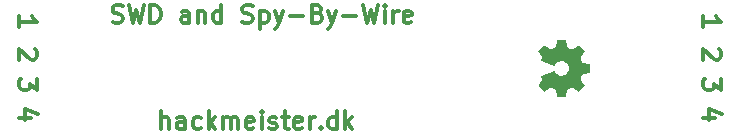
<source format=gto>
G04 #@! TF.GenerationSoftware,KiCad,Pcbnew,(2018-01-11 revision 6f2beeb)-master*
G04 #@! TF.CreationDate,2018-01-16T00:17:09+01:00*
G04 #@! TF.ProjectId,4pin100mil,3470696E3130306D696C2E6B69636164,rev?*
G04 #@! TF.SameCoordinates,Original*
G04 #@! TF.FileFunction,Legend,Top*
G04 #@! TF.FilePolarity,Positive*
%FSLAX46Y46*%
G04 Gerber Fmt 4.6, Leading zero omitted, Abs format (unit mm)*
G04 Created by KiCad (PCBNEW (2018-01-11 revision 6f2beeb)-master) date Tuesday, 16 January 2018 'AMt' 00:17:09*
%MOMM*%
%LPD*%
G01*
G04 APERTURE LIST*
%ADD10C,0.300000*%
%ADD11C,0.010000*%
G04 APERTURE END LIST*
D10*
X62321428Y-52607142D02*
X62535714Y-52678571D01*
X62892857Y-52678571D01*
X63035714Y-52607142D01*
X63107142Y-52535714D01*
X63178571Y-52392857D01*
X63178571Y-52250000D01*
X63107142Y-52107142D01*
X63035714Y-52035714D01*
X62892857Y-51964285D01*
X62607142Y-51892857D01*
X62464285Y-51821428D01*
X62392857Y-51750000D01*
X62321428Y-51607142D01*
X62321428Y-51464285D01*
X62392857Y-51321428D01*
X62464285Y-51250000D01*
X62607142Y-51178571D01*
X62964285Y-51178571D01*
X63178571Y-51250000D01*
X63678571Y-51178571D02*
X64035714Y-52678571D01*
X64321428Y-51607142D01*
X64607142Y-52678571D01*
X64964285Y-51178571D01*
X65535714Y-52678571D02*
X65535714Y-51178571D01*
X65892857Y-51178571D01*
X66107142Y-51250000D01*
X66250000Y-51392857D01*
X66321428Y-51535714D01*
X66392857Y-51821428D01*
X66392857Y-52035714D01*
X66321428Y-52321428D01*
X66250000Y-52464285D01*
X66107142Y-52607142D01*
X65892857Y-52678571D01*
X65535714Y-52678571D01*
X68821428Y-52678571D02*
X68821428Y-51892857D01*
X68750000Y-51750000D01*
X68607142Y-51678571D01*
X68321428Y-51678571D01*
X68178571Y-51750000D01*
X68821428Y-52607142D02*
X68678571Y-52678571D01*
X68321428Y-52678571D01*
X68178571Y-52607142D01*
X68107142Y-52464285D01*
X68107142Y-52321428D01*
X68178571Y-52178571D01*
X68321428Y-52107142D01*
X68678571Y-52107142D01*
X68821428Y-52035714D01*
X69535714Y-51678571D02*
X69535714Y-52678571D01*
X69535714Y-51821428D02*
X69607142Y-51750000D01*
X69750000Y-51678571D01*
X69964285Y-51678571D01*
X70107142Y-51750000D01*
X70178571Y-51892857D01*
X70178571Y-52678571D01*
X71535714Y-52678571D02*
X71535714Y-51178571D01*
X71535714Y-52607142D02*
X71392857Y-52678571D01*
X71107142Y-52678571D01*
X70964285Y-52607142D01*
X70892857Y-52535714D01*
X70821428Y-52392857D01*
X70821428Y-51964285D01*
X70892857Y-51821428D01*
X70964285Y-51750000D01*
X71107142Y-51678571D01*
X71392857Y-51678571D01*
X71535714Y-51750000D01*
X73321428Y-52607142D02*
X73535714Y-52678571D01*
X73892857Y-52678571D01*
X74035714Y-52607142D01*
X74107142Y-52535714D01*
X74178571Y-52392857D01*
X74178571Y-52250000D01*
X74107142Y-52107142D01*
X74035714Y-52035714D01*
X73892857Y-51964285D01*
X73607142Y-51892857D01*
X73464285Y-51821428D01*
X73392857Y-51750000D01*
X73321428Y-51607142D01*
X73321428Y-51464285D01*
X73392857Y-51321428D01*
X73464285Y-51250000D01*
X73607142Y-51178571D01*
X73964285Y-51178571D01*
X74178571Y-51250000D01*
X74821428Y-51678571D02*
X74821428Y-53178571D01*
X74821428Y-51750000D02*
X74964285Y-51678571D01*
X75250000Y-51678571D01*
X75392857Y-51750000D01*
X75464285Y-51821428D01*
X75535714Y-51964285D01*
X75535714Y-52392857D01*
X75464285Y-52535714D01*
X75392857Y-52607142D01*
X75250000Y-52678571D01*
X74964285Y-52678571D01*
X74821428Y-52607142D01*
X76035714Y-51678571D02*
X76392857Y-52678571D01*
X76750000Y-51678571D02*
X76392857Y-52678571D01*
X76250000Y-53035714D01*
X76178571Y-53107142D01*
X76035714Y-53178571D01*
X77321428Y-52107142D02*
X78464285Y-52107142D01*
X79678571Y-51892857D02*
X79892857Y-51964285D01*
X79964285Y-52035714D01*
X80035714Y-52178571D01*
X80035714Y-52392857D01*
X79964285Y-52535714D01*
X79892857Y-52607142D01*
X79750000Y-52678571D01*
X79178571Y-52678571D01*
X79178571Y-51178571D01*
X79678571Y-51178571D01*
X79821428Y-51250000D01*
X79892857Y-51321428D01*
X79964285Y-51464285D01*
X79964285Y-51607142D01*
X79892857Y-51750000D01*
X79821428Y-51821428D01*
X79678571Y-51892857D01*
X79178571Y-51892857D01*
X80535714Y-51678571D02*
X80892857Y-52678571D01*
X81250000Y-51678571D02*
X80892857Y-52678571D01*
X80750000Y-53035714D01*
X80678571Y-53107142D01*
X80535714Y-53178571D01*
X81821428Y-52107142D02*
X82964285Y-52107142D01*
X83535714Y-51178571D02*
X83892857Y-52678571D01*
X84178571Y-51607142D01*
X84464285Y-52678571D01*
X84821428Y-51178571D01*
X85392857Y-52678571D02*
X85392857Y-51678571D01*
X85392857Y-51178571D02*
X85321428Y-51250000D01*
X85392857Y-51321428D01*
X85464285Y-51250000D01*
X85392857Y-51178571D01*
X85392857Y-51321428D01*
X86107142Y-52678571D02*
X86107142Y-51678571D01*
X86107142Y-51964285D02*
X86178571Y-51821428D01*
X86250000Y-51750000D01*
X86392857Y-51678571D01*
X86535714Y-51678571D01*
X87607142Y-52607142D02*
X87464285Y-52678571D01*
X87178571Y-52678571D01*
X87035714Y-52607142D01*
X86964285Y-52464285D01*
X86964285Y-51892857D01*
X87035714Y-51750000D01*
X87178571Y-51678571D01*
X87464285Y-51678571D01*
X87607142Y-51750000D01*
X87678571Y-51892857D01*
X87678571Y-52035714D01*
X86964285Y-52178571D01*
X66464285Y-61678571D02*
X66464285Y-60178571D01*
X67107142Y-61678571D02*
X67107142Y-60892857D01*
X67035714Y-60750000D01*
X66892857Y-60678571D01*
X66678571Y-60678571D01*
X66535714Y-60750000D01*
X66464285Y-60821428D01*
X68464285Y-61678571D02*
X68464285Y-60892857D01*
X68392857Y-60750000D01*
X68250000Y-60678571D01*
X67964285Y-60678571D01*
X67821428Y-60750000D01*
X68464285Y-61607142D02*
X68321428Y-61678571D01*
X67964285Y-61678571D01*
X67821428Y-61607142D01*
X67750000Y-61464285D01*
X67750000Y-61321428D01*
X67821428Y-61178571D01*
X67964285Y-61107142D01*
X68321428Y-61107142D01*
X68464285Y-61035714D01*
X69821428Y-61607142D02*
X69678571Y-61678571D01*
X69392857Y-61678571D01*
X69250000Y-61607142D01*
X69178571Y-61535714D01*
X69107142Y-61392857D01*
X69107142Y-60964285D01*
X69178571Y-60821428D01*
X69250000Y-60750000D01*
X69392857Y-60678571D01*
X69678571Y-60678571D01*
X69821428Y-60750000D01*
X70464285Y-61678571D02*
X70464285Y-60178571D01*
X70607142Y-61107142D02*
X71035714Y-61678571D01*
X71035714Y-60678571D02*
X70464285Y-61250000D01*
X71678571Y-61678571D02*
X71678571Y-60678571D01*
X71678571Y-60821428D02*
X71750000Y-60750000D01*
X71892857Y-60678571D01*
X72107142Y-60678571D01*
X72250000Y-60750000D01*
X72321428Y-60892857D01*
X72321428Y-61678571D01*
X72321428Y-60892857D02*
X72392857Y-60750000D01*
X72535714Y-60678571D01*
X72750000Y-60678571D01*
X72892857Y-60750000D01*
X72964285Y-60892857D01*
X72964285Y-61678571D01*
X74250000Y-61607142D02*
X74107142Y-61678571D01*
X73821428Y-61678571D01*
X73678571Y-61607142D01*
X73607142Y-61464285D01*
X73607142Y-60892857D01*
X73678571Y-60750000D01*
X73821428Y-60678571D01*
X74107142Y-60678571D01*
X74250000Y-60750000D01*
X74321428Y-60892857D01*
X74321428Y-61035714D01*
X73607142Y-61178571D01*
X74964285Y-61678571D02*
X74964285Y-60678571D01*
X74964285Y-60178571D02*
X74892857Y-60250000D01*
X74964285Y-60321428D01*
X75035714Y-60250000D01*
X74964285Y-60178571D01*
X74964285Y-60321428D01*
X75607142Y-61607142D02*
X75750000Y-61678571D01*
X76035714Y-61678571D01*
X76178571Y-61607142D01*
X76250000Y-61464285D01*
X76250000Y-61392857D01*
X76178571Y-61250000D01*
X76035714Y-61178571D01*
X75821428Y-61178571D01*
X75678571Y-61107142D01*
X75607142Y-60964285D01*
X75607142Y-60892857D01*
X75678571Y-60750000D01*
X75821428Y-60678571D01*
X76035714Y-60678571D01*
X76178571Y-60750000D01*
X76678571Y-60678571D02*
X77250000Y-60678571D01*
X76892857Y-60178571D02*
X76892857Y-61464285D01*
X76964285Y-61607142D01*
X77107142Y-61678571D01*
X77250000Y-61678571D01*
X78321428Y-61607142D02*
X78178571Y-61678571D01*
X77892857Y-61678571D01*
X77750000Y-61607142D01*
X77678571Y-61464285D01*
X77678571Y-60892857D01*
X77750000Y-60750000D01*
X77892857Y-60678571D01*
X78178571Y-60678571D01*
X78321428Y-60750000D01*
X78392857Y-60892857D01*
X78392857Y-61035714D01*
X77678571Y-61178571D01*
X79035714Y-61678571D02*
X79035714Y-60678571D01*
X79035714Y-60964285D02*
X79107142Y-60821428D01*
X79178571Y-60750000D01*
X79321428Y-60678571D01*
X79464285Y-60678571D01*
X79964285Y-61535714D02*
X80035714Y-61607142D01*
X79964285Y-61678571D01*
X79892857Y-61607142D01*
X79964285Y-61535714D01*
X79964285Y-61678571D01*
X81321428Y-61678571D02*
X81321428Y-60178571D01*
X81321428Y-61607142D02*
X81178571Y-61678571D01*
X80892857Y-61678571D01*
X80750000Y-61607142D01*
X80678571Y-61535714D01*
X80607142Y-61392857D01*
X80607142Y-60964285D01*
X80678571Y-60821428D01*
X80750000Y-60750000D01*
X80892857Y-60678571D01*
X81178571Y-60678571D01*
X81321428Y-60750000D01*
X82035714Y-61678571D02*
X82035714Y-60178571D01*
X82178571Y-61107142D02*
X82607142Y-61678571D01*
X82607142Y-60678571D02*
X82035714Y-61250000D01*
X55796571Y-54943428D02*
X55868000Y-55014857D01*
X55939428Y-55157714D01*
X55939428Y-55514857D01*
X55868000Y-55657714D01*
X55796571Y-55729142D01*
X55653714Y-55800571D01*
X55510857Y-55800571D01*
X55296571Y-55729142D01*
X54439428Y-54872000D01*
X54439428Y-55800571D01*
X55439428Y-60737714D02*
X54439428Y-60737714D01*
X56010857Y-60380571D02*
X54939428Y-60023428D01*
X54939428Y-60952000D01*
X55939428Y-57412000D02*
X55939428Y-58340571D01*
X55368000Y-57840571D01*
X55368000Y-58054857D01*
X55296571Y-58197714D01*
X55225142Y-58269142D01*
X55082285Y-58340571D01*
X54725142Y-58340571D01*
X54582285Y-58269142D01*
X54510857Y-58197714D01*
X54439428Y-58054857D01*
X54439428Y-57626285D01*
X54510857Y-57483428D01*
X54582285Y-57412000D01*
X54439428Y-53006571D02*
X54439428Y-52149428D01*
X54439428Y-52578000D02*
X55939428Y-52578000D01*
X55725142Y-52435142D01*
X55582285Y-52292285D01*
X55510857Y-52149428D01*
X113351428Y-60737714D02*
X112351428Y-60737714D01*
X113922857Y-60380571D02*
X112851428Y-60023428D01*
X112851428Y-60952000D01*
X113851428Y-57412000D02*
X113851428Y-58340571D01*
X113280000Y-57840571D01*
X113280000Y-58054857D01*
X113208571Y-58197714D01*
X113137142Y-58269142D01*
X112994285Y-58340571D01*
X112637142Y-58340571D01*
X112494285Y-58269142D01*
X112422857Y-58197714D01*
X112351428Y-58054857D01*
X112351428Y-57626285D01*
X112422857Y-57483428D01*
X112494285Y-57412000D01*
X113708571Y-54943428D02*
X113780000Y-55014857D01*
X113851428Y-55157714D01*
X113851428Y-55514857D01*
X113780000Y-55657714D01*
X113708571Y-55729142D01*
X113565714Y-55800571D01*
X113422857Y-55800571D01*
X113208571Y-55729142D01*
X112351428Y-54872000D01*
X112351428Y-55800571D01*
X112351428Y-53006571D02*
X112351428Y-52149428D01*
X112351428Y-52578000D02*
X113851428Y-52578000D01*
X113637142Y-52435142D01*
X113494285Y-52292285D01*
X113422857Y-52149428D01*
D11*
G36*
X102684355Y-56611434D02*
X102684044Y-56686793D01*
X102683200Y-56742845D01*
X102681562Y-56782638D01*
X102678862Y-56809217D01*
X102674838Y-56825630D01*
X102669224Y-56834924D01*
X102661756Y-56840145D01*
X102655825Y-56842779D01*
X102635392Y-56848476D01*
X102593937Y-56857787D01*
X102535449Y-56869897D01*
X102463918Y-56883990D01*
X102383334Y-56899253D01*
X102342018Y-56906863D01*
X102259231Y-56922263D01*
X102184265Y-56936763D01*
X102120932Y-56949583D01*
X102073044Y-56959938D01*
X102044413Y-56967047D01*
X102038459Y-56969168D01*
X102028990Y-56983098D01*
X102012159Y-57016094D01*
X101989913Y-57063589D01*
X101964204Y-57121018D01*
X101936979Y-57183814D01*
X101910187Y-57247411D01*
X101885778Y-57307244D01*
X101865701Y-57358745D01*
X101851904Y-57397350D01*
X101846337Y-57418492D01*
X101846306Y-57419335D01*
X101853246Y-57433315D01*
X101872703Y-57465159D01*
X101902720Y-57511855D01*
X101941341Y-57570396D01*
X101986607Y-57637771D01*
X102024106Y-57692820D01*
X102073094Y-57764862D01*
X102116911Y-57830329D01*
X102153602Y-57886217D01*
X102181213Y-57929519D01*
X102197787Y-57957230D01*
X102201800Y-57966006D01*
X102193044Y-57979604D01*
X102168800Y-58007576D01*
X102132111Y-58046921D01*
X102086018Y-58094637D01*
X102033561Y-58147723D01*
X101977781Y-58203177D01*
X101921720Y-58257999D01*
X101868417Y-58309186D01*
X101820915Y-58353739D01*
X101782254Y-58388655D01*
X101755474Y-58410932D01*
X101744142Y-58417700D01*
X101728015Y-58411874D01*
X101696072Y-58394027D01*
X101647457Y-58363601D01*
X101581315Y-58320038D01*
X101496790Y-58262781D01*
X101393026Y-58191274D01*
X101342266Y-58155996D01*
X101293649Y-58123255D01*
X101251357Y-58096832D01*
X101220415Y-58079741D01*
X101206875Y-58074800D01*
X101190710Y-58079603D01*
X101155838Y-58092737D01*
X101106797Y-58112286D01*
X101048123Y-58136336D01*
X100984351Y-58162972D01*
X100920019Y-58190279D01*
X100859662Y-58216341D01*
X100807816Y-58239245D01*
X100769018Y-58257076D01*
X100747804Y-58267917D01*
X100745513Y-58269553D01*
X100741411Y-58283390D01*
X100733460Y-58318662D01*
X100722389Y-58371820D01*
X100708926Y-58439314D01*
X100693798Y-58517597D01*
X100683805Y-58570506D01*
X100667934Y-58654519D01*
X100653270Y-58730703D01*
X100640553Y-58795334D01*
X100630522Y-58844685D01*
X100623916Y-58875030D01*
X100621898Y-58882579D01*
X100615705Y-58888157D01*
X100600135Y-58892479D01*
X100572502Y-58895690D01*
X100530121Y-58897933D01*
X100470305Y-58899353D01*
X100390368Y-58900094D01*
X100291705Y-58900299D01*
X100192364Y-58900181D01*
X100115487Y-58899695D01*
X100058142Y-58898643D01*
X100017393Y-58896827D01*
X99990305Y-58894051D01*
X99973945Y-58890115D01*
X99965378Y-58884824D01*
X99961698Y-58878075D01*
X99956587Y-58856063D01*
X99948543Y-58816100D01*
X99938966Y-58765258D01*
X99934679Y-58741550D01*
X99912319Y-58617801D01*
X99893469Y-58517073D01*
X99877665Y-58437298D01*
X99864443Y-58376409D01*
X99853339Y-58332339D01*
X99843890Y-58303020D01*
X99835631Y-58286385D01*
X99831584Y-58282009D01*
X99814767Y-58273299D01*
X99779218Y-58257362D01*
X99729411Y-58236022D01*
X99669822Y-58211098D01*
X99604926Y-58184411D01*
X99539198Y-58157782D01*
X99477113Y-58133034D01*
X99423147Y-58111985D01*
X99381776Y-58096458D01*
X99357473Y-58088274D01*
X99353474Y-58087464D01*
X99340616Y-58094376D01*
X99309962Y-58113738D01*
X99264588Y-58143520D01*
X99207568Y-58181690D01*
X99141974Y-58226219D01*
X99103480Y-58252600D01*
X99033630Y-58299945D01*
X98969703Y-58341988D01*
X98914982Y-58376672D01*
X98872752Y-58401942D01*
X98846296Y-58415740D01*
X98839831Y-58417700D01*
X98824064Y-58408866D01*
X98793072Y-58383770D01*
X98749172Y-58344515D01*
X98694681Y-58293210D01*
X98631917Y-58231957D01*
X98596592Y-58196686D01*
X98528203Y-58127690D01*
X98475919Y-58074215D01*
X98437808Y-58033900D01*
X98411936Y-58004384D01*
X98396371Y-57983305D01*
X98389179Y-57968303D01*
X98388428Y-57957016D01*
X98392183Y-57947084D01*
X98392208Y-57947038D01*
X98403852Y-57928193D01*
X98427538Y-57892068D01*
X98460851Y-57842264D01*
X98501378Y-57782386D01*
X98546702Y-57716038D01*
X98558417Y-57698983D01*
X98603496Y-57632693D01*
X98643202Y-57572898D01*
X98675397Y-57522937D01*
X98697940Y-57486146D01*
X98708693Y-57465865D01*
X98709300Y-57463542D01*
X98703751Y-57446001D01*
X98688809Y-57411705D01*
X98667033Y-57366310D01*
X98650891Y-57334429D01*
X98626167Y-57283464D01*
X98609456Y-57242639D01*
X98602530Y-57216612D01*
X98603608Y-57210212D01*
X98617747Y-57202727D01*
X98652407Y-57186899D01*
X98704605Y-57164015D01*
X98771361Y-57135363D01*
X98849691Y-57102229D01*
X98936613Y-57065901D01*
X98969993Y-57052058D01*
X99068130Y-57011417D01*
X99166742Y-56970535D01*
X99261119Y-56931366D01*
X99346551Y-56895866D01*
X99418328Y-56865992D01*
X99471743Y-56843698D01*
X99475287Y-56842215D01*
X99533340Y-56818446D01*
X99583760Y-56798801D01*
X99621502Y-56785174D01*
X99641522Y-56779463D01*
X99642447Y-56779400D01*
X99657565Y-56789106D01*
X99681970Y-56814784D01*
X99710862Y-56851272D01*
X99716301Y-56858775D01*
X99807865Y-56969563D01*
X99907312Y-57056364D01*
X100015293Y-57119538D01*
X100132458Y-57159446D01*
X100259459Y-57176450D01*
X100290450Y-57177160D01*
X100417465Y-57166578D01*
X100534164Y-57133408D01*
X100642612Y-57076826D01*
X100744869Y-56996010D01*
X100745547Y-56995377D01*
X100829495Y-56900425D01*
X100892157Y-56794542D01*
X100933403Y-56680851D01*
X100953105Y-56562475D01*
X100951134Y-56442536D01*
X100927362Y-56324157D01*
X100881660Y-56210460D01*
X100813899Y-56104569D01*
X100783740Y-56068580D01*
X100688532Y-55980196D01*
X100582458Y-55914755D01*
X100465929Y-55872439D01*
X100339355Y-55853431D01*
X100298131Y-55852300D01*
X100171248Y-55861355D01*
X100057489Y-55889459D01*
X99954210Y-55938017D01*
X99858772Y-56008438D01*
X99768530Y-56102126D01*
X99725087Y-56157388D01*
X99693461Y-56197429D01*
X99665574Y-56228054D01*
X99645939Y-56244477D01*
X99641510Y-56246000D01*
X99625912Y-56241292D01*
X99589712Y-56227917D01*
X99535744Y-56206999D01*
X99466845Y-56179659D01*
X99385849Y-56147021D01*
X99295592Y-56110207D01*
X99220437Y-56079254D01*
X99120517Y-56037958D01*
X99023842Y-55998057D01*
X98934004Y-55961029D01*
X98854595Y-55928352D01*
X98789206Y-55901506D01*
X98741431Y-55881968D01*
X98722000Y-55874081D01*
X98663336Y-55850060D01*
X98625895Y-55830971D01*
X98607615Y-55811597D01*
X98606435Y-55786721D01*
X98620294Y-55751127D01*
X98647129Y-55699596D01*
X98650527Y-55693214D01*
X98675663Y-55644373D01*
X98695433Y-55602932D01*
X98707191Y-55574603D01*
X98709300Y-55566276D01*
X98702410Y-55551473D01*
X98683088Y-55518956D01*
X98653359Y-55471899D01*
X98615248Y-55413472D01*
X98570781Y-55346849D01*
X98544200Y-55307645D01*
X98497192Y-55238318D01*
X98455392Y-55175957D01*
X98420810Y-55123619D01*
X98395458Y-55084365D01*
X98381345Y-55061252D01*
X98379100Y-55056483D01*
X98387688Y-55045354D01*
X98411822Y-55018851D01*
X98449060Y-54979532D01*
X98496959Y-54929954D01*
X98553077Y-54872675D01*
X98597701Y-54827597D01*
X98659328Y-54766482D01*
X98716045Y-54711896D01*
X98765134Y-54666322D01*
X98803880Y-54632240D01*
X98829566Y-54612132D01*
X98838381Y-54607699D01*
X98854826Y-54614670D01*
X98888769Y-54634204D01*
X98936943Y-54664240D01*
X98996081Y-54702714D01*
X99062916Y-54747562D01*
X99099206Y-54772427D01*
X99168329Y-54819678D01*
X99230981Y-54861668D01*
X99283993Y-54896341D01*
X99324196Y-54921641D01*
X99348421Y-54935512D01*
X99353674Y-54937527D01*
X99371719Y-54932991D01*
X99408556Y-54920271D01*
X99459636Y-54901204D01*
X99520410Y-54877629D01*
X99586332Y-54851383D01*
X99652853Y-54824305D01*
X99715425Y-54798232D01*
X99769500Y-54775002D01*
X99810530Y-54756453D01*
X99833967Y-54744424D01*
X99837109Y-54742157D01*
X99844072Y-54725451D01*
X99854462Y-54687493D01*
X99867420Y-54632068D01*
X99882084Y-54562961D01*
X99897595Y-54483955D01*
X99905482Y-54441463D01*
X99920918Y-54358930D01*
X99935637Y-54284392D01*
X99948830Y-54221627D01*
X99959688Y-54174412D01*
X99967402Y-54146525D01*
X99969854Y-54140975D01*
X99986438Y-54135447D01*
X100023816Y-54130980D01*
X100077808Y-54127563D01*
X100144235Y-54125185D01*
X100218915Y-54123836D01*
X100297669Y-54123505D01*
X100376318Y-54124182D01*
X100450681Y-54125856D01*
X100516578Y-54128518D01*
X100569830Y-54132156D01*
X100606256Y-54136760D01*
X100621677Y-54142320D01*
X100621816Y-54142606D01*
X100625967Y-54159628D01*
X100633979Y-54197910D01*
X100645116Y-54253735D01*
X100658643Y-54323380D01*
X100673824Y-54403127D01*
X100683542Y-54454921D01*
X100699502Y-54538493D01*
X100714571Y-54613730D01*
X100727967Y-54677026D01*
X100738913Y-54724774D01*
X100746628Y-54753368D01*
X100749450Y-54759899D01*
X100766097Y-54769510D01*
X100801559Y-54786424D01*
X100851182Y-54808692D01*
X100910312Y-54834362D01*
X100974296Y-54861484D01*
X101038479Y-54888107D01*
X101098209Y-54912281D01*
X101148832Y-54932054D01*
X101185694Y-54945475D01*
X101204142Y-54950595D01*
X101204369Y-54950600D01*
X101220860Y-54943654D01*
X101254911Y-54924177D01*
X101303278Y-54894206D01*
X101362717Y-54855781D01*
X101429982Y-54810941D01*
X101469776Y-54783844D01*
X101540169Y-54735954D01*
X101604607Y-54692872D01*
X101659814Y-54656729D01*
X101702513Y-54629654D01*
X101729429Y-54613776D01*
X101736311Y-54610590D01*
X101749132Y-54613378D01*
X101771095Y-54627577D01*
X101803846Y-54654629D01*
X101849031Y-54695977D01*
X101908294Y-54753063D01*
X101980786Y-54824834D01*
X102041902Y-54886493D01*
X102096537Y-54942800D01*
X102142237Y-54991127D01*
X102176547Y-55028847D01*
X102197013Y-55053332D01*
X102201800Y-55061384D01*
X102194850Y-55075877D01*
X102175332Y-55108099D01*
X102145246Y-55154972D01*
X102106590Y-55213416D01*
X102061364Y-55280355D01*
X102028521Y-55328220D01*
X101979713Y-55399399D01*
X101935788Y-55464355D01*
X101898818Y-55519951D01*
X101870876Y-55563047D01*
X101854035Y-55590505D01*
X101850015Y-55598509D01*
X101852996Y-55615778D01*
X101864178Y-55651718D01*
X101881724Y-55701663D01*
X101903798Y-55760950D01*
X101928566Y-55824916D01*
X101954192Y-55888898D01*
X101978838Y-55948232D01*
X102000671Y-55998254D01*
X102017853Y-56034300D01*
X102028333Y-56051493D01*
X102044465Y-56057907D01*
X102082020Y-56067971D01*
X102137410Y-56080877D01*
X102207052Y-56095817D01*
X102287360Y-56111986D01*
X102351956Y-56124343D01*
X102437637Y-56140575D01*
X102515142Y-56155634D01*
X102580937Y-56168804D01*
X102631485Y-56179366D01*
X102663249Y-56186603D01*
X102672631Y-56189424D01*
X102676023Y-56203811D01*
X102678990Y-56240489D01*
X102681418Y-56296352D01*
X102683194Y-56368294D01*
X102684206Y-56453208D01*
X102684400Y-56513721D01*
X102684355Y-56611434D01*
X102684355Y-56611434D01*
G37*
X102684355Y-56611434D02*
X102684044Y-56686793D01*
X102683200Y-56742845D01*
X102681562Y-56782638D01*
X102678862Y-56809217D01*
X102674838Y-56825630D01*
X102669224Y-56834924D01*
X102661756Y-56840145D01*
X102655825Y-56842779D01*
X102635392Y-56848476D01*
X102593937Y-56857787D01*
X102535449Y-56869897D01*
X102463918Y-56883990D01*
X102383334Y-56899253D01*
X102342018Y-56906863D01*
X102259231Y-56922263D01*
X102184265Y-56936763D01*
X102120932Y-56949583D01*
X102073044Y-56959938D01*
X102044413Y-56967047D01*
X102038459Y-56969168D01*
X102028990Y-56983098D01*
X102012159Y-57016094D01*
X101989913Y-57063589D01*
X101964204Y-57121018D01*
X101936979Y-57183814D01*
X101910187Y-57247411D01*
X101885778Y-57307244D01*
X101865701Y-57358745D01*
X101851904Y-57397350D01*
X101846337Y-57418492D01*
X101846306Y-57419335D01*
X101853246Y-57433315D01*
X101872703Y-57465159D01*
X101902720Y-57511855D01*
X101941341Y-57570396D01*
X101986607Y-57637771D01*
X102024106Y-57692820D01*
X102073094Y-57764862D01*
X102116911Y-57830329D01*
X102153602Y-57886217D01*
X102181213Y-57929519D01*
X102197787Y-57957230D01*
X102201800Y-57966006D01*
X102193044Y-57979604D01*
X102168800Y-58007576D01*
X102132111Y-58046921D01*
X102086018Y-58094637D01*
X102033561Y-58147723D01*
X101977781Y-58203177D01*
X101921720Y-58257999D01*
X101868417Y-58309186D01*
X101820915Y-58353739D01*
X101782254Y-58388655D01*
X101755474Y-58410932D01*
X101744142Y-58417700D01*
X101728015Y-58411874D01*
X101696072Y-58394027D01*
X101647457Y-58363601D01*
X101581315Y-58320038D01*
X101496790Y-58262781D01*
X101393026Y-58191274D01*
X101342266Y-58155996D01*
X101293649Y-58123255D01*
X101251357Y-58096832D01*
X101220415Y-58079741D01*
X101206875Y-58074800D01*
X101190710Y-58079603D01*
X101155838Y-58092737D01*
X101106797Y-58112286D01*
X101048123Y-58136336D01*
X100984351Y-58162972D01*
X100920019Y-58190279D01*
X100859662Y-58216341D01*
X100807816Y-58239245D01*
X100769018Y-58257076D01*
X100747804Y-58267917D01*
X100745513Y-58269553D01*
X100741411Y-58283390D01*
X100733460Y-58318662D01*
X100722389Y-58371820D01*
X100708926Y-58439314D01*
X100693798Y-58517597D01*
X100683805Y-58570506D01*
X100667934Y-58654519D01*
X100653270Y-58730703D01*
X100640553Y-58795334D01*
X100630522Y-58844685D01*
X100623916Y-58875030D01*
X100621898Y-58882579D01*
X100615705Y-58888157D01*
X100600135Y-58892479D01*
X100572502Y-58895690D01*
X100530121Y-58897933D01*
X100470305Y-58899353D01*
X100390368Y-58900094D01*
X100291705Y-58900299D01*
X100192364Y-58900181D01*
X100115487Y-58899695D01*
X100058142Y-58898643D01*
X100017393Y-58896827D01*
X99990305Y-58894051D01*
X99973945Y-58890115D01*
X99965378Y-58884824D01*
X99961698Y-58878075D01*
X99956587Y-58856063D01*
X99948543Y-58816100D01*
X99938966Y-58765258D01*
X99934679Y-58741550D01*
X99912319Y-58617801D01*
X99893469Y-58517073D01*
X99877665Y-58437298D01*
X99864443Y-58376409D01*
X99853339Y-58332339D01*
X99843890Y-58303020D01*
X99835631Y-58286385D01*
X99831584Y-58282009D01*
X99814767Y-58273299D01*
X99779218Y-58257362D01*
X99729411Y-58236022D01*
X99669822Y-58211098D01*
X99604926Y-58184411D01*
X99539198Y-58157782D01*
X99477113Y-58133034D01*
X99423147Y-58111985D01*
X99381776Y-58096458D01*
X99357473Y-58088274D01*
X99353474Y-58087464D01*
X99340616Y-58094376D01*
X99309962Y-58113738D01*
X99264588Y-58143520D01*
X99207568Y-58181690D01*
X99141974Y-58226219D01*
X99103480Y-58252600D01*
X99033630Y-58299945D01*
X98969703Y-58341988D01*
X98914982Y-58376672D01*
X98872752Y-58401942D01*
X98846296Y-58415740D01*
X98839831Y-58417700D01*
X98824064Y-58408866D01*
X98793072Y-58383770D01*
X98749172Y-58344515D01*
X98694681Y-58293210D01*
X98631917Y-58231957D01*
X98596592Y-58196686D01*
X98528203Y-58127690D01*
X98475919Y-58074215D01*
X98437808Y-58033900D01*
X98411936Y-58004384D01*
X98396371Y-57983305D01*
X98389179Y-57968303D01*
X98388428Y-57957016D01*
X98392183Y-57947084D01*
X98392208Y-57947038D01*
X98403852Y-57928193D01*
X98427538Y-57892068D01*
X98460851Y-57842264D01*
X98501378Y-57782386D01*
X98546702Y-57716038D01*
X98558417Y-57698983D01*
X98603496Y-57632693D01*
X98643202Y-57572898D01*
X98675397Y-57522937D01*
X98697940Y-57486146D01*
X98708693Y-57465865D01*
X98709300Y-57463542D01*
X98703751Y-57446001D01*
X98688809Y-57411705D01*
X98667033Y-57366310D01*
X98650891Y-57334429D01*
X98626167Y-57283464D01*
X98609456Y-57242639D01*
X98602530Y-57216612D01*
X98603608Y-57210212D01*
X98617747Y-57202727D01*
X98652407Y-57186899D01*
X98704605Y-57164015D01*
X98771361Y-57135363D01*
X98849691Y-57102229D01*
X98936613Y-57065901D01*
X98969993Y-57052058D01*
X99068130Y-57011417D01*
X99166742Y-56970535D01*
X99261119Y-56931366D01*
X99346551Y-56895866D01*
X99418328Y-56865992D01*
X99471743Y-56843698D01*
X99475287Y-56842215D01*
X99533340Y-56818446D01*
X99583760Y-56798801D01*
X99621502Y-56785174D01*
X99641522Y-56779463D01*
X99642447Y-56779400D01*
X99657565Y-56789106D01*
X99681970Y-56814784D01*
X99710862Y-56851272D01*
X99716301Y-56858775D01*
X99807865Y-56969563D01*
X99907312Y-57056364D01*
X100015293Y-57119538D01*
X100132458Y-57159446D01*
X100259459Y-57176450D01*
X100290450Y-57177160D01*
X100417465Y-57166578D01*
X100534164Y-57133408D01*
X100642612Y-57076826D01*
X100744869Y-56996010D01*
X100745547Y-56995377D01*
X100829495Y-56900425D01*
X100892157Y-56794542D01*
X100933403Y-56680851D01*
X100953105Y-56562475D01*
X100951134Y-56442536D01*
X100927362Y-56324157D01*
X100881660Y-56210460D01*
X100813899Y-56104569D01*
X100783740Y-56068580D01*
X100688532Y-55980196D01*
X100582458Y-55914755D01*
X100465929Y-55872439D01*
X100339355Y-55853431D01*
X100298131Y-55852300D01*
X100171248Y-55861355D01*
X100057489Y-55889459D01*
X99954210Y-55938017D01*
X99858772Y-56008438D01*
X99768530Y-56102126D01*
X99725087Y-56157388D01*
X99693461Y-56197429D01*
X99665574Y-56228054D01*
X99645939Y-56244477D01*
X99641510Y-56246000D01*
X99625912Y-56241292D01*
X99589712Y-56227917D01*
X99535744Y-56206999D01*
X99466845Y-56179659D01*
X99385849Y-56147021D01*
X99295592Y-56110207D01*
X99220437Y-56079254D01*
X99120517Y-56037958D01*
X99023842Y-55998057D01*
X98934004Y-55961029D01*
X98854595Y-55928352D01*
X98789206Y-55901506D01*
X98741431Y-55881968D01*
X98722000Y-55874081D01*
X98663336Y-55850060D01*
X98625895Y-55830971D01*
X98607615Y-55811597D01*
X98606435Y-55786721D01*
X98620294Y-55751127D01*
X98647129Y-55699596D01*
X98650527Y-55693214D01*
X98675663Y-55644373D01*
X98695433Y-55602932D01*
X98707191Y-55574603D01*
X98709300Y-55566276D01*
X98702410Y-55551473D01*
X98683088Y-55518956D01*
X98653359Y-55471899D01*
X98615248Y-55413472D01*
X98570781Y-55346849D01*
X98544200Y-55307645D01*
X98497192Y-55238318D01*
X98455392Y-55175957D01*
X98420810Y-55123619D01*
X98395458Y-55084365D01*
X98381345Y-55061252D01*
X98379100Y-55056483D01*
X98387688Y-55045354D01*
X98411822Y-55018851D01*
X98449060Y-54979532D01*
X98496959Y-54929954D01*
X98553077Y-54872675D01*
X98597701Y-54827597D01*
X98659328Y-54766482D01*
X98716045Y-54711896D01*
X98765134Y-54666322D01*
X98803880Y-54632240D01*
X98829566Y-54612132D01*
X98838381Y-54607699D01*
X98854826Y-54614670D01*
X98888769Y-54634204D01*
X98936943Y-54664240D01*
X98996081Y-54702714D01*
X99062916Y-54747562D01*
X99099206Y-54772427D01*
X99168329Y-54819678D01*
X99230981Y-54861668D01*
X99283993Y-54896341D01*
X99324196Y-54921641D01*
X99348421Y-54935512D01*
X99353674Y-54937527D01*
X99371719Y-54932991D01*
X99408556Y-54920271D01*
X99459636Y-54901204D01*
X99520410Y-54877629D01*
X99586332Y-54851383D01*
X99652853Y-54824305D01*
X99715425Y-54798232D01*
X99769500Y-54775002D01*
X99810530Y-54756453D01*
X99833967Y-54744424D01*
X99837109Y-54742157D01*
X99844072Y-54725451D01*
X99854462Y-54687493D01*
X99867420Y-54632068D01*
X99882084Y-54562961D01*
X99897595Y-54483955D01*
X99905482Y-54441463D01*
X99920918Y-54358930D01*
X99935637Y-54284392D01*
X99948830Y-54221627D01*
X99959688Y-54174412D01*
X99967402Y-54146525D01*
X99969854Y-54140975D01*
X99986438Y-54135447D01*
X100023816Y-54130980D01*
X100077808Y-54127563D01*
X100144235Y-54125185D01*
X100218915Y-54123836D01*
X100297669Y-54123505D01*
X100376318Y-54124182D01*
X100450681Y-54125856D01*
X100516578Y-54128518D01*
X100569830Y-54132156D01*
X100606256Y-54136760D01*
X100621677Y-54142320D01*
X100621816Y-54142606D01*
X100625967Y-54159628D01*
X100633979Y-54197910D01*
X100645116Y-54253735D01*
X100658643Y-54323380D01*
X100673824Y-54403127D01*
X100683542Y-54454921D01*
X100699502Y-54538493D01*
X100714571Y-54613730D01*
X100727967Y-54677026D01*
X100738913Y-54724774D01*
X100746628Y-54753368D01*
X100749450Y-54759899D01*
X100766097Y-54769510D01*
X100801559Y-54786424D01*
X100851182Y-54808692D01*
X100910312Y-54834362D01*
X100974296Y-54861484D01*
X101038479Y-54888107D01*
X101098209Y-54912281D01*
X101148832Y-54932054D01*
X101185694Y-54945475D01*
X101204142Y-54950595D01*
X101204369Y-54950600D01*
X101220860Y-54943654D01*
X101254911Y-54924177D01*
X101303278Y-54894206D01*
X101362717Y-54855781D01*
X101429982Y-54810941D01*
X101469776Y-54783844D01*
X101540169Y-54735954D01*
X101604607Y-54692872D01*
X101659814Y-54656729D01*
X101702513Y-54629654D01*
X101729429Y-54613776D01*
X101736311Y-54610590D01*
X101749132Y-54613378D01*
X101771095Y-54627577D01*
X101803846Y-54654629D01*
X101849031Y-54695977D01*
X101908294Y-54753063D01*
X101980786Y-54824834D01*
X102041902Y-54886493D01*
X102096537Y-54942800D01*
X102142237Y-54991127D01*
X102176547Y-55028847D01*
X102197013Y-55053332D01*
X102201800Y-55061384D01*
X102194850Y-55075877D01*
X102175332Y-55108099D01*
X102145246Y-55154972D01*
X102106590Y-55213416D01*
X102061364Y-55280355D01*
X102028521Y-55328220D01*
X101979713Y-55399399D01*
X101935788Y-55464355D01*
X101898818Y-55519951D01*
X101870876Y-55563047D01*
X101854035Y-55590505D01*
X101850015Y-55598509D01*
X101852996Y-55615778D01*
X101864178Y-55651718D01*
X101881724Y-55701663D01*
X101903798Y-55760950D01*
X101928566Y-55824916D01*
X101954192Y-55888898D01*
X101978838Y-55948232D01*
X102000671Y-55998254D01*
X102017853Y-56034300D01*
X102028333Y-56051493D01*
X102044465Y-56057907D01*
X102082020Y-56067971D01*
X102137410Y-56080877D01*
X102207052Y-56095817D01*
X102287360Y-56111986D01*
X102351956Y-56124343D01*
X102437637Y-56140575D01*
X102515142Y-56155634D01*
X102580937Y-56168804D01*
X102631485Y-56179366D01*
X102663249Y-56186603D01*
X102672631Y-56189424D01*
X102676023Y-56203811D01*
X102678990Y-56240489D01*
X102681418Y-56296352D01*
X102683194Y-56368294D01*
X102684206Y-56453208D01*
X102684400Y-56513721D01*
X102684355Y-56611434D01*
M02*

</source>
